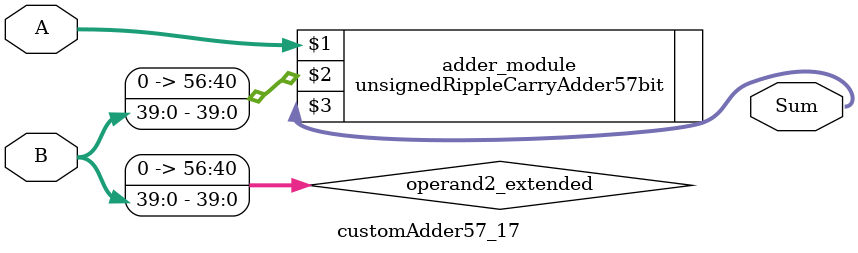
<source format=v>
module customAdder57_17(
                        input [56 : 0] A,
                        input [39 : 0] B,
                        
                        output [57 : 0] Sum
                );

        wire [56 : 0] operand2_extended;
        
        assign operand2_extended =  {17'b0, B};
        
        unsignedRippleCarryAdder57bit adder_module(
            A,
            operand2_extended,
            Sum
        );
        
        endmodule
        
</source>
